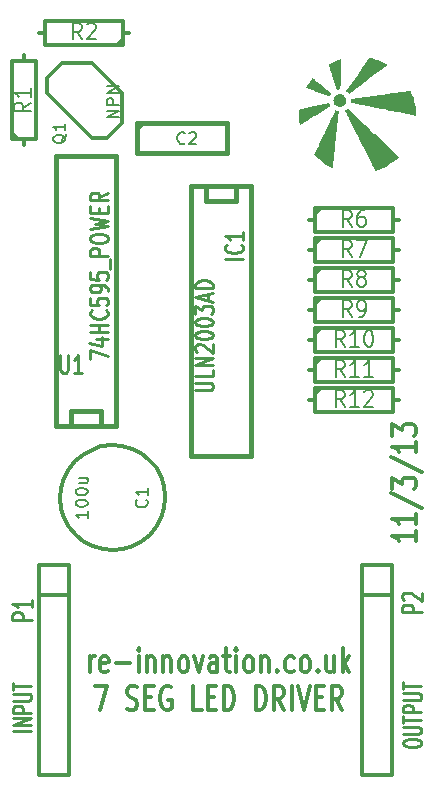
<source format=gto>
G04 (created by PCBNEW-RS274X (2011-12-21 BZR 3253)-stable) date 15/03/2013 12:04:59*
G01*
G70*
G90*
%MOIN*%
G04 Gerber Fmt 3.4, Leading zero omitted, Abs format*
%FSLAX34Y34*%
G04 APERTURE LIST*
%ADD10C,0.006000*%
%ADD11C,0.012000*%
%ADD12C,0.015000*%
%ADD13C,0.000100*%
%ADD14C,0.010700*%
%ADD15C,0.010000*%
%ADD16C,0.011300*%
%ADD17C,0.008000*%
G04 APERTURE END LIST*
G54D10*
G54D11*
X24824Y-29349D02*
X24824Y-29692D01*
X24824Y-29520D02*
X24024Y-29520D01*
X24138Y-29577D01*
X24214Y-29635D01*
X24252Y-29692D01*
X24824Y-28778D02*
X24824Y-29121D01*
X24824Y-28949D02*
X24024Y-28949D01*
X24138Y-29006D01*
X24214Y-29064D01*
X24252Y-29121D01*
X23986Y-28093D02*
X25014Y-28607D01*
X24024Y-27949D02*
X24024Y-27578D01*
X24329Y-27778D01*
X24329Y-27692D01*
X24367Y-27635D01*
X24405Y-27606D01*
X24481Y-27578D01*
X24671Y-27578D01*
X24748Y-27606D01*
X24786Y-27635D01*
X24824Y-27692D01*
X24824Y-27864D01*
X24786Y-27921D01*
X24748Y-27949D01*
X23986Y-26893D02*
X25014Y-27407D01*
X24824Y-26378D02*
X24824Y-26721D01*
X24824Y-26549D02*
X24024Y-26549D01*
X24138Y-26606D01*
X24214Y-26664D01*
X24252Y-26721D01*
X24024Y-26178D02*
X24024Y-25807D01*
X24329Y-26007D01*
X24329Y-25921D01*
X24367Y-25864D01*
X24405Y-25835D01*
X24481Y-25807D01*
X24671Y-25807D01*
X24748Y-25835D01*
X24786Y-25864D01*
X24824Y-25921D01*
X24824Y-26093D01*
X24786Y-26150D01*
X24748Y-26178D01*
X13935Y-34074D02*
X13935Y-33540D01*
X13935Y-33693D02*
X13963Y-33617D01*
X13992Y-33579D01*
X14049Y-33540D01*
X14106Y-33540D01*
X14534Y-34036D02*
X14477Y-34074D01*
X14363Y-34074D01*
X14306Y-34036D01*
X14277Y-33960D01*
X14277Y-33655D01*
X14306Y-33579D01*
X14363Y-33540D01*
X14477Y-33540D01*
X14534Y-33579D01*
X14563Y-33655D01*
X14563Y-33731D01*
X14277Y-33807D01*
X14820Y-33769D02*
X15277Y-33769D01*
X15563Y-34074D02*
X15563Y-33540D01*
X15563Y-33274D02*
X15534Y-33312D01*
X15563Y-33350D01*
X15591Y-33312D01*
X15563Y-33274D01*
X15563Y-33350D01*
X15849Y-33540D02*
X15849Y-34074D01*
X15849Y-33617D02*
X15877Y-33579D01*
X15935Y-33540D01*
X16020Y-33540D01*
X16077Y-33579D01*
X16106Y-33655D01*
X16106Y-34074D01*
X16392Y-33540D02*
X16392Y-34074D01*
X16392Y-33617D02*
X16420Y-33579D01*
X16478Y-33540D01*
X16563Y-33540D01*
X16620Y-33579D01*
X16649Y-33655D01*
X16649Y-34074D01*
X17021Y-34074D02*
X16963Y-34036D01*
X16935Y-33998D01*
X16906Y-33921D01*
X16906Y-33693D01*
X16935Y-33617D01*
X16963Y-33579D01*
X17021Y-33540D01*
X17106Y-33540D01*
X17163Y-33579D01*
X17192Y-33617D01*
X17221Y-33693D01*
X17221Y-33921D01*
X17192Y-33998D01*
X17163Y-34036D01*
X17106Y-34074D01*
X17021Y-34074D01*
X17421Y-33540D02*
X17564Y-34074D01*
X17706Y-33540D01*
X18192Y-34074D02*
X18192Y-33655D01*
X18163Y-33579D01*
X18106Y-33540D01*
X17992Y-33540D01*
X17935Y-33579D01*
X18192Y-34036D02*
X18135Y-34074D01*
X17992Y-34074D01*
X17935Y-34036D01*
X17906Y-33960D01*
X17906Y-33883D01*
X17935Y-33807D01*
X17992Y-33769D01*
X18135Y-33769D01*
X18192Y-33731D01*
X18392Y-33540D02*
X18621Y-33540D01*
X18478Y-33274D02*
X18478Y-33960D01*
X18506Y-34036D01*
X18564Y-34074D01*
X18621Y-34074D01*
X18821Y-34074D02*
X18821Y-33540D01*
X18821Y-33274D02*
X18792Y-33312D01*
X18821Y-33350D01*
X18849Y-33312D01*
X18821Y-33274D01*
X18821Y-33350D01*
X19193Y-34074D02*
X19135Y-34036D01*
X19107Y-33998D01*
X19078Y-33921D01*
X19078Y-33693D01*
X19107Y-33617D01*
X19135Y-33579D01*
X19193Y-33540D01*
X19278Y-33540D01*
X19335Y-33579D01*
X19364Y-33617D01*
X19393Y-33693D01*
X19393Y-33921D01*
X19364Y-33998D01*
X19335Y-34036D01*
X19278Y-34074D01*
X19193Y-34074D01*
X19650Y-33540D02*
X19650Y-34074D01*
X19650Y-33617D02*
X19678Y-33579D01*
X19736Y-33540D01*
X19821Y-33540D01*
X19878Y-33579D01*
X19907Y-33655D01*
X19907Y-34074D01*
X20193Y-33998D02*
X20221Y-34036D01*
X20193Y-34074D01*
X20164Y-34036D01*
X20193Y-33998D01*
X20193Y-34074D01*
X20736Y-34036D02*
X20679Y-34074D01*
X20565Y-34074D01*
X20507Y-34036D01*
X20479Y-33998D01*
X20450Y-33921D01*
X20450Y-33693D01*
X20479Y-33617D01*
X20507Y-33579D01*
X20565Y-33540D01*
X20679Y-33540D01*
X20736Y-33579D01*
X21079Y-34074D02*
X21021Y-34036D01*
X20993Y-33998D01*
X20964Y-33921D01*
X20964Y-33693D01*
X20993Y-33617D01*
X21021Y-33579D01*
X21079Y-33540D01*
X21164Y-33540D01*
X21221Y-33579D01*
X21250Y-33617D01*
X21279Y-33693D01*
X21279Y-33921D01*
X21250Y-33998D01*
X21221Y-34036D01*
X21164Y-34074D01*
X21079Y-34074D01*
X21536Y-33998D02*
X21564Y-34036D01*
X21536Y-34074D01*
X21507Y-34036D01*
X21536Y-33998D01*
X21536Y-34074D01*
X22079Y-33540D02*
X22079Y-34074D01*
X21822Y-33540D02*
X21822Y-33960D01*
X21850Y-34036D01*
X21908Y-34074D01*
X21993Y-34074D01*
X22050Y-34036D01*
X22079Y-33998D01*
X22365Y-34074D02*
X22365Y-33274D01*
X22422Y-33769D02*
X22593Y-34074D01*
X22593Y-33540D02*
X22365Y-33845D01*
X14122Y-34524D02*
X14522Y-34524D01*
X14265Y-35324D01*
X15178Y-35286D02*
X15264Y-35324D01*
X15407Y-35324D01*
X15464Y-35286D01*
X15493Y-35248D01*
X15521Y-35171D01*
X15521Y-35095D01*
X15493Y-35019D01*
X15464Y-34981D01*
X15407Y-34943D01*
X15293Y-34905D01*
X15235Y-34867D01*
X15207Y-34829D01*
X15178Y-34752D01*
X15178Y-34676D01*
X15207Y-34600D01*
X15235Y-34562D01*
X15293Y-34524D01*
X15435Y-34524D01*
X15521Y-34562D01*
X15778Y-34905D02*
X15978Y-34905D01*
X16064Y-35324D02*
X15778Y-35324D01*
X15778Y-34524D01*
X16064Y-34524D01*
X16635Y-34562D02*
X16578Y-34524D01*
X16492Y-34524D01*
X16407Y-34562D01*
X16349Y-34638D01*
X16321Y-34714D01*
X16292Y-34867D01*
X16292Y-34981D01*
X16321Y-35133D01*
X16349Y-35210D01*
X16407Y-35286D01*
X16492Y-35324D01*
X16549Y-35324D01*
X16635Y-35286D01*
X16664Y-35248D01*
X16664Y-34981D01*
X16549Y-34981D01*
X17664Y-35324D02*
X17378Y-35324D01*
X17378Y-34524D01*
X17864Y-34905D02*
X18064Y-34905D01*
X18150Y-35324D02*
X17864Y-35324D01*
X17864Y-34524D01*
X18150Y-34524D01*
X18407Y-35324D02*
X18407Y-34524D01*
X18550Y-34524D01*
X18635Y-34562D01*
X18693Y-34638D01*
X18721Y-34714D01*
X18750Y-34867D01*
X18750Y-34981D01*
X18721Y-35133D01*
X18693Y-35210D01*
X18635Y-35286D01*
X18550Y-35324D01*
X18407Y-35324D01*
X19464Y-35324D02*
X19464Y-34524D01*
X19607Y-34524D01*
X19692Y-34562D01*
X19750Y-34638D01*
X19778Y-34714D01*
X19807Y-34867D01*
X19807Y-34981D01*
X19778Y-35133D01*
X19750Y-35210D01*
X19692Y-35286D01*
X19607Y-35324D01*
X19464Y-35324D01*
X20407Y-35324D02*
X20207Y-34943D01*
X20064Y-35324D02*
X20064Y-34524D01*
X20292Y-34524D01*
X20350Y-34562D01*
X20378Y-34600D01*
X20407Y-34676D01*
X20407Y-34790D01*
X20378Y-34867D01*
X20350Y-34905D01*
X20292Y-34943D01*
X20064Y-34943D01*
X20664Y-35324D02*
X20664Y-34524D01*
X20864Y-34524D02*
X21064Y-35324D01*
X21264Y-34524D01*
X21464Y-34905D02*
X21664Y-34905D01*
X21750Y-35324D02*
X21464Y-35324D01*
X21464Y-34524D01*
X21750Y-34524D01*
X22350Y-35324D02*
X22150Y-34943D01*
X22007Y-35324D02*
X22007Y-34524D01*
X22235Y-34524D01*
X22293Y-34562D01*
X22321Y-34600D01*
X22350Y-34676D01*
X22350Y-34790D01*
X22321Y-34867D01*
X22293Y-34905D01*
X22235Y-34943D01*
X22007Y-34943D01*
X13250Y-30500D02*
X13250Y-30500D01*
X13250Y-30500D02*
X13250Y-37500D01*
X13250Y-37500D02*
X12250Y-37500D01*
X12250Y-37500D02*
X12250Y-30500D01*
X12250Y-30500D02*
X13250Y-30500D01*
X12250Y-31500D02*
X12250Y-31500D01*
X12250Y-31500D02*
X13250Y-31500D01*
X24000Y-30500D02*
X24000Y-30500D01*
X24000Y-30500D02*
X24000Y-37500D01*
X24000Y-37500D02*
X23000Y-37500D01*
X23000Y-37500D02*
X23000Y-30500D01*
X23000Y-30500D02*
X24000Y-30500D01*
X23000Y-31500D02*
X23000Y-31500D01*
X23000Y-31500D02*
X24000Y-31500D01*
G54D12*
X13300Y-25850D02*
X13300Y-25850D01*
X13300Y-25850D02*
X13300Y-25350D01*
X13300Y-25350D02*
X14300Y-25350D01*
X14300Y-25350D02*
X14300Y-25850D01*
X12800Y-25850D02*
X12800Y-16850D01*
X12800Y-16850D02*
X14800Y-16850D01*
X14800Y-16850D02*
X14800Y-25850D01*
X14800Y-25850D02*
X12800Y-25850D01*
G54D11*
X12500Y-14750D02*
X14000Y-16250D01*
X14000Y-16250D02*
X14500Y-16250D01*
X14500Y-16250D02*
X15000Y-15750D01*
X15000Y-15750D02*
X15000Y-14750D01*
X15000Y-14750D02*
X14000Y-13750D01*
X14000Y-13750D02*
X13000Y-13750D01*
X13000Y-13750D02*
X12500Y-14250D01*
X12500Y-14250D02*
X12500Y-14750D01*
X11750Y-16500D02*
X11750Y-16300D01*
X11750Y-13500D02*
X11750Y-13700D01*
X11750Y-13700D02*
X11350Y-13700D01*
X11350Y-13700D02*
X11350Y-16300D01*
X11350Y-16300D02*
X12150Y-16300D01*
X12150Y-16300D02*
X12150Y-13700D01*
X12150Y-13700D02*
X11750Y-13700D01*
X11550Y-16300D02*
X11350Y-16100D01*
X15250Y-12750D02*
X15050Y-12750D01*
X12250Y-12750D02*
X12450Y-12750D01*
X12450Y-12750D02*
X12450Y-13150D01*
X12450Y-13150D02*
X15050Y-13150D01*
X15050Y-13150D02*
X15050Y-12350D01*
X15050Y-12350D02*
X12450Y-12350D01*
X12450Y-12350D02*
X12450Y-12750D01*
X15050Y-12950D02*
X14850Y-13150D01*
X16450Y-28250D02*
X16416Y-28589D01*
X16317Y-28916D01*
X16157Y-29218D01*
X15941Y-29483D01*
X15678Y-29700D01*
X15378Y-29863D01*
X15051Y-29964D01*
X14712Y-29999D01*
X14373Y-29969D01*
X14045Y-29872D01*
X13742Y-29714D01*
X13476Y-29500D01*
X13257Y-29238D01*
X13092Y-28939D01*
X12989Y-28613D01*
X12951Y-28274D01*
X12979Y-27935D01*
X13073Y-27606D01*
X13230Y-27303D01*
X13442Y-27035D01*
X13702Y-26813D01*
X14000Y-26647D01*
X14325Y-26541D01*
X14664Y-26501D01*
X15003Y-26527D01*
X15332Y-26619D01*
X15637Y-26773D01*
X15906Y-26983D01*
X16130Y-27242D01*
X16298Y-27539D01*
X16406Y-27863D01*
X16449Y-28202D01*
X16450Y-28250D01*
G54D12*
X15500Y-15750D02*
X15500Y-16750D01*
X15500Y-16750D02*
X18500Y-16750D01*
X18500Y-16750D02*
X18500Y-15750D01*
X18500Y-15750D02*
X15500Y-15750D01*
G54D11*
X15500Y-16000D02*
X15750Y-15750D01*
G54D12*
X18800Y-17850D02*
X18800Y-17850D01*
X18800Y-17850D02*
X18800Y-18350D01*
X18800Y-18350D02*
X17800Y-18350D01*
X17800Y-18350D02*
X17800Y-17850D01*
X19300Y-17850D02*
X19300Y-26850D01*
X19300Y-26850D02*
X17300Y-26850D01*
X17300Y-26850D02*
X17300Y-17850D01*
X17300Y-17850D02*
X19300Y-17850D01*
G54D11*
X21250Y-19000D02*
X21450Y-19000D01*
X24250Y-19000D02*
X24050Y-19000D01*
X24050Y-19000D02*
X24050Y-18600D01*
X24050Y-18600D02*
X21450Y-18600D01*
X21450Y-18600D02*
X21450Y-19400D01*
X21450Y-19400D02*
X24050Y-19400D01*
X24050Y-19400D02*
X24050Y-19000D01*
X21450Y-18800D02*
X21650Y-18600D01*
X21250Y-20000D02*
X21450Y-20000D01*
X24250Y-20000D02*
X24050Y-20000D01*
X24050Y-20000D02*
X24050Y-19600D01*
X24050Y-19600D02*
X21450Y-19600D01*
X21450Y-19600D02*
X21450Y-20400D01*
X21450Y-20400D02*
X24050Y-20400D01*
X24050Y-20400D02*
X24050Y-20000D01*
X21450Y-19800D02*
X21650Y-19600D01*
X21250Y-21000D02*
X21450Y-21000D01*
X24250Y-21000D02*
X24050Y-21000D01*
X24050Y-21000D02*
X24050Y-20600D01*
X24050Y-20600D02*
X21450Y-20600D01*
X21450Y-20600D02*
X21450Y-21400D01*
X21450Y-21400D02*
X24050Y-21400D01*
X24050Y-21400D02*
X24050Y-21000D01*
X21450Y-20800D02*
X21650Y-20600D01*
X21250Y-22000D02*
X21450Y-22000D01*
X24250Y-22000D02*
X24050Y-22000D01*
X24050Y-22000D02*
X24050Y-21600D01*
X24050Y-21600D02*
X21450Y-21600D01*
X21450Y-21600D02*
X21450Y-22400D01*
X21450Y-22400D02*
X24050Y-22400D01*
X24050Y-22400D02*
X24050Y-22000D01*
X21450Y-21800D02*
X21650Y-21600D01*
X21250Y-23000D02*
X21450Y-23000D01*
X24250Y-23000D02*
X24050Y-23000D01*
X24050Y-23000D02*
X24050Y-22600D01*
X24050Y-22600D02*
X21450Y-22600D01*
X21450Y-22600D02*
X21450Y-23400D01*
X21450Y-23400D02*
X24050Y-23400D01*
X24050Y-23400D02*
X24050Y-23000D01*
X21450Y-22800D02*
X21650Y-22600D01*
X21250Y-24000D02*
X21450Y-24000D01*
X24250Y-24000D02*
X24050Y-24000D01*
X24050Y-24000D02*
X24050Y-23600D01*
X24050Y-23600D02*
X21450Y-23600D01*
X21450Y-23600D02*
X21450Y-24400D01*
X21450Y-24400D02*
X24050Y-24400D01*
X24050Y-24400D02*
X24050Y-24000D01*
X21450Y-23800D02*
X21650Y-23600D01*
X21250Y-25000D02*
X21450Y-25000D01*
X24250Y-25000D02*
X24050Y-25000D01*
X24050Y-25000D02*
X24050Y-24600D01*
X24050Y-24600D02*
X21450Y-24600D01*
X21450Y-24600D02*
X21450Y-25400D01*
X21450Y-25400D02*
X24050Y-25400D01*
X24050Y-25400D02*
X24050Y-25000D01*
X21450Y-24800D02*
X21650Y-24600D01*
G54D13*
G36*
X24232Y-16898D02*
X24206Y-16923D01*
X24134Y-16986D01*
X24056Y-17048D01*
X23973Y-17107D01*
X23886Y-17163D01*
X23798Y-17215D01*
X23709Y-17261D01*
X23620Y-17301D01*
X23602Y-17309D01*
X23584Y-17316D01*
X23564Y-17324D01*
X23542Y-17332D01*
X23520Y-17340D01*
X23500Y-17348D01*
X23482Y-17354D01*
X23469Y-17358D01*
X23461Y-17360D01*
X23460Y-17360D01*
X23458Y-17357D01*
X23453Y-17346D01*
X23444Y-17330D01*
X23433Y-17307D01*
X23418Y-17278D01*
X23400Y-17243D01*
X23380Y-17203D01*
X23357Y-17158D01*
X23332Y-17109D01*
X23305Y-17054D01*
X23275Y-16996D01*
X23244Y-16933D01*
X23210Y-16867D01*
X23176Y-16797D01*
X23139Y-16724D01*
X23101Y-16648D01*
X23062Y-16570D01*
X23021Y-16489D01*
X22980Y-16407D01*
X22950Y-16348D01*
X22908Y-16264D01*
X22867Y-16181D01*
X22827Y-16101D01*
X22789Y-16024D01*
X22751Y-15949D01*
X22715Y-15877D01*
X22681Y-15808D01*
X22649Y-15743D01*
X22618Y-15681D01*
X22590Y-15624D01*
X22563Y-15571D01*
X22539Y-15522D01*
X22518Y-15479D01*
X22499Y-15440D01*
X22483Y-15407D01*
X22469Y-15380D01*
X22459Y-15359D01*
X22452Y-15344D01*
X22448Y-15336D01*
X22447Y-15334D01*
X22455Y-15330D01*
X22467Y-15323D01*
X22481Y-15313D01*
X22496Y-15302D01*
X22509Y-15291D01*
X22519Y-15283D01*
X22539Y-15265D01*
X22596Y-15319D01*
X22604Y-15327D01*
X22617Y-15339D01*
X22635Y-15357D01*
X22658Y-15379D01*
X22686Y-15406D01*
X22719Y-15437D01*
X22755Y-15472D01*
X22795Y-15511D01*
X22839Y-15554D01*
X22887Y-15600D01*
X22937Y-15648D01*
X22991Y-15700D01*
X23047Y-15754D01*
X23106Y-15811D01*
X23167Y-15869D01*
X23229Y-15930D01*
X23294Y-15992D01*
X23360Y-16055D01*
X23426Y-16120D01*
X23443Y-16136D01*
X24232Y-16898D01*
X24232Y-16898D01*
X24232Y-16898D01*
G37*
G36*
X22236Y-15370D02*
X22234Y-15384D01*
X22233Y-15389D01*
X22232Y-15401D01*
X22230Y-15421D01*
X22227Y-15448D01*
X22224Y-15481D01*
X22220Y-15520D01*
X22215Y-15565D01*
X22209Y-15615D01*
X22204Y-15670D01*
X22197Y-15730D01*
X22191Y-15794D01*
X22183Y-15863D01*
X22176Y-15934D01*
X22168Y-16010D01*
X22160Y-16088D01*
X22151Y-16168D01*
X22143Y-16251D01*
X22136Y-16317D01*
X22125Y-16419D01*
X22115Y-16513D01*
X22106Y-16601D01*
X22098Y-16681D01*
X22090Y-16754D01*
X22083Y-16821D01*
X22076Y-16882D01*
X22070Y-16938D01*
X22065Y-16987D01*
X22061Y-17032D01*
X22056Y-17072D01*
X22053Y-17106D01*
X22049Y-17137D01*
X22046Y-17164D01*
X22044Y-17186D01*
X22042Y-17205D01*
X22040Y-17222D01*
X22038Y-17235D01*
X22037Y-17245D01*
X22036Y-17253D01*
X22035Y-17259D01*
X22035Y-17264D01*
X22034Y-17267D01*
X22034Y-17269D01*
X22033Y-17269D01*
X22033Y-17270D01*
X22032Y-17270D01*
X22032Y-17270D01*
X22028Y-17268D01*
X22018Y-17263D01*
X22004Y-17256D01*
X21986Y-17247D01*
X21974Y-17241D01*
X21865Y-17179D01*
X21761Y-17112D01*
X21663Y-17040D01*
X21570Y-16963D01*
X21484Y-16881D01*
X21473Y-16871D01*
X21457Y-16854D01*
X21443Y-16839D01*
X21432Y-16826D01*
X21424Y-16818D01*
X21421Y-16814D01*
X21421Y-16813D01*
X21423Y-16810D01*
X21428Y-16799D01*
X21436Y-16782D01*
X21447Y-16759D01*
X21460Y-16730D01*
X21476Y-16696D01*
X21495Y-16656D01*
X21516Y-16612D01*
X21539Y-16563D01*
X21564Y-16510D01*
X21591Y-16454D01*
X21619Y-16394D01*
X21649Y-16330D01*
X21680Y-16264D01*
X21713Y-16196D01*
X21746Y-16126D01*
X21770Y-16076D01*
X21804Y-16005D01*
X21837Y-15935D01*
X21869Y-15867D01*
X21900Y-15802D01*
X21929Y-15740D01*
X21957Y-15681D01*
X21984Y-15625D01*
X22008Y-15574D01*
X22031Y-15527D01*
X22051Y-15484D01*
X22069Y-15446D01*
X22084Y-15413D01*
X22097Y-15386D01*
X22107Y-15365D01*
X22114Y-15350D01*
X22118Y-15341D01*
X22119Y-15339D01*
X22123Y-15339D01*
X22132Y-15342D01*
X22144Y-15346D01*
X22160Y-15352D01*
X22179Y-15357D01*
X22199Y-15362D01*
X22202Y-15363D01*
X22236Y-15370D01*
X22236Y-15370D01*
X22236Y-15370D01*
G37*
G36*
X21962Y-15193D02*
X21962Y-15195D01*
X21958Y-15197D01*
X21949Y-15204D01*
X21933Y-15213D01*
X21912Y-15226D01*
X21886Y-15242D01*
X21856Y-15261D01*
X21821Y-15282D01*
X21784Y-15306D01*
X21742Y-15331D01*
X21699Y-15358D01*
X21653Y-15386D01*
X21605Y-15416D01*
X21556Y-15446D01*
X21506Y-15477D01*
X21455Y-15509D01*
X21404Y-15540D01*
X21354Y-15571D01*
X21305Y-15601D01*
X21257Y-15631D01*
X21211Y-15659D01*
X21167Y-15686D01*
X21126Y-15712D01*
X21087Y-15735D01*
X21053Y-15757D01*
X21022Y-15776D01*
X20996Y-15792D01*
X20974Y-15805D01*
X20958Y-15815D01*
X20948Y-15821D01*
X20944Y-15823D01*
X20942Y-15821D01*
X20940Y-15812D01*
X20938Y-15799D01*
X20937Y-15798D01*
X20928Y-15725D01*
X20921Y-15649D01*
X20918Y-15568D01*
X20917Y-15520D01*
X20918Y-15494D01*
X20918Y-15466D01*
X20919Y-15437D01*
X20920Y-15408D01*
X20921Y-15382D01*
X20922Y-15357D01*
X20924Y-15337D01*
X20925Y-15321D01*
X20926Y-15312D01*
X20927Y-15310D01*
X20931Y-15309D01*
X20942Y-15306D01*
X20960Y-15302D01*
X20984Y-15296D01*
X21013Y-15290D01*
X21047Y-15282D01*
X21085Y-15273D01*
X21127Y-15263D01*
X21172Y-15253D01*
X21220Y-15242D01*
X21271Y-15230D01*
X21322Y-15219D01*
X21375Y-15207D01*
X21428Y-15195D01*
X21481Y-15182D01*
X21534Y-15171D01*
X21585Y-15159D01*
X21634Y-15148D01*
X21681Y-15137D01*
X21726Y-15127D01*
X21766Y-15118D01*
X21803Y-15110D01*
X21835Y-15102D01*
X21862Y-15096D01*
X21884Y-15092D01*
X21899Y-15088D01*
X21908Y-15086D01*
X21908Y-15086D01*
X21915Y-15085D01*
X21920Y-15087D01*
X21923Y-15093D01*
X21927Y-15105D01*
X21931Y-15118D01*
X21938Y-15136D01*
X21946Y-15154D01*
X21949Y-15159D01*
X21956Y-15174D01*
X21960Y-15186D01*
X21962Y-15193D01*
X21962Y-15193D01*
X21962Y-15193D01*
G37*
G36*
X24819Y-15471D02*
X24819Y-15491D01*
X24818Y-15504D01*
X24817Y-15512D01*
X24816Y-15516D01*
X24813Y-15517D01*
X24812Y-15517D01*
X24808Y-15516D01*
X24796Y-15514D01*
X24777Y-15510D01*
X24751Y-15505D01*
X24719Y-15499D01*
X24681Y-15491D01*
X24637Y-15482D01*
X24587Y-15472D01*
X24532Y-15461D01*
X24472Y-15449D01*
X24408Y-15436D01*
X24339Y-15423D01*
X24267Y-15408D01*
X24191Y-15393D01*
X24111Y-15377D01*
X24029Y-15360D01*
X23943Y-15343D01*
X23855Y-15325D01*
X23766Y-15307D01*
X23736Y-15301D01*
X23646Y-15283D01*
X23557Y-15265D01*
X23471Y-15247D01*
X23387Y-15231D01*
X23306Y-15214D01*
X23229Y-15199D01*
X23155Y-15184D01*
X23085Y-15169D01*
X23018Y-15156D01*
X22957Y-15144D01*
X22900Y-15132D01*
X22848Y-15122D01*
X22802Y-15112D01*
X22761Y-15104D01*
X22727Y-15097D01*
X22698Y-15092D01*
X22677Y-15087D01*
X22662Y-15084D01*
X22655Y-15083D01*
X22654Y-15083D01*
X22646Y-15081D01*
X22643Y-15077D01*
X22643Y-15070D01*
X22644Y-15064D01*
X22645Y-15053D01*
X22646Y-15037D01*
X22646Y-15017D01*
X22646Y-15004D01*
X22646Y-14960D01*
X23633Y-14821D01*
X23720Y-14809D01*
X23806Y-14797D01*
X23889Y-14785D01*
X23969Y-14774D01*
X24046Y-14763D01*
X24120Y-14753D01*
X24191Y-14743D01*
X24257Y-14733D01*
X24319Y-14725D01*
X24377Y-14716D01*
X24429Y-14709D01*
X24476Y-14702D01*
X24518Y-14696D01*
X24553Y-14691D01*
X24582Y-14687D01*
X24605Y-14684D01*
X24620Y-14682D01*
X24629Y-14681D01*
X24630Y-14680D01*
X24635Y-14680D01*
X24638Y-14682D01*
X24642Y-14687D01*
X24647Y-14696D01*
X24654Y-14711D01*
X24657Y-14719D01*
X24695Y-14818D01*
X24729Y-14922D01*
X24759Y-15029D01*
X24782Y-15138D01*
X24799Y-15237D01*
X24804Y-15277D01*
X24809Y-15319D01*
X24813Y-15361D01*
X24816Y-15402D01*
X24818Y-15439D01*
X24819Y-15470D01*
X24819Y-15471D01*
X24819Y-15471D01*
X24819Y-15471D01*
G37*
G36*
X22487Y-15003D02*
X22483Y-15040D01*
X22473Y-15076D01*
X22457Y-15110D01*
X22435Y-15141D01*
X22408Y-15167D01*
X22377Y-15189D01*
X22342Y-15205D01*
X22331Y-15208D01*
X22307Y-15213D01*
X22282Y-15216D01*
X22261Y-15216D01*
X22258Y-15216D01*
X22216Y-15208D01*
X22178Y-15193D01*
X22144Y-15172D01*
X22115Y-15146D01*
X22091Y-15114D01*
X22073Y-15077D01*
X22070Y-15070D01*
X22066Y-15055D01*
X22063Y-15041D01*
X22062Y-15025D01*
X22061Y-15004D01*
X22061Y-15000D01*
X22062Y-14979D01*
X22063Y-14963D01*
X22065Y-14951D01*
X22069Y-14938D01*
X22072Y-14930D01*
X22091Y-14892D01*
X22115Y-14859D01*
X22144Y-14833D01*
X22177Y-14812D01*
X22214Y-14798D01*
X22253Y-14791D01*
X22289Y-14790D01*
X22328Y-14797D01*
X22365Y-14810D01*
X22398Y-14830D01*
X22427Y-14855D01*
X22451Y-14886D01*
X22470Y-14921D01*
X22482Y-14961D01*
X22483Y-14965D01*
X22487Y-15003D01*
X22487Y-15003D01*
X22487Y-15003D01*
G37*
G36*
X21995Y-14768D02*
X21994Y-14771D01*
X21989Y-14780D01*
X21981Y-14792D01*
X21977Y-14799D01*
X21967Y-14815D01*
X21957Y-14833D01*
X21950Y-14847D01*
X21949Y-14850D01*
X21943Y-14862D01*
X21938Y-14869D01*
X21935Y-14872D01*
X21931Y-14870D01*
X21920Y-14866D01*
X21903Y-14860D01*
X21879Y-14852D01*
X21850Y-14841D01*
X21816Y-14829D01*
X21778Y-14815D01*
X21736Y-14800D01*
X21690Y-14783D01*
X21641Y-14765D01*
X21590Y-14746D01*
X21539Y-14728D01*
X21486Y-14709D01*
X21435Y-14690D01*
X21387Y-14672D01*
X21341Y-14656D01*
X21299Y-14640D01*
X21262Y-14627D01*
X21228Y-14614D01*
X21200Y-14604D01*
X21177Y-14596D01*
X21160Y-14590D01*
X21150Y-14586D01*
X21147Y-14585D01*
X21147Y-14581D01*
X21151Y-14573D01*
X21158Y-14560D01*
X21167Y-14544D01*
X21176Y-14526D01*
X21186Y-14508D01*
X21196Y-14491D01*
X21204Y-14479D01*
X21216Y-14460D01*
X21230Y-14438D01*
X21246Y-14414D01*
X21263Y-14389D01*
X21281Y-14364D01*
X21298Y-14340D01*
X21315Y-14317D01*
X21330Y-14296D01*
X21344Y-14279D01*
X21354Y-14265D01*
X21362Y-14257D01*
X21365Y-14254D01*
X21369Y-14256D01*
X21378Y-14263D01*
X21391Y-14275D01*
X21410Y-14290D01*
X21433Y-14308D01*
X21459Y-14329D01*
X21489Y-14353D01*
X21521Y-14379D01*
X21555Y-14407D01*
X21591Y-14436D01*
X21628Y-14467D01*
X21666Y-14497D01*
X21704Y-14529D01*
X21741Y-14559D01*
X21778Y-14589D01*
X21814Y-14619D01*
X21848Y-14646D01*
X21879Y-14672D01*
X21908Y-14696D01*
X21934Y-14717D01*
X21955Y-14734D01*
X21973Y-14749D01*
X21986Y-14760D01*
X21993Y-14766D01*
X21995Y-14768D01*
X21995Y-14768D01*
X21995Y-14768D01*
G37*
G36*
X23874Y-13823D02*
X23228Y-14303D01*
X23165Y-14350D01*
X23103Y-14396D01*
X23043Y-14441D01*
X22986Y-14483D01*
X22931Y-14524D01*
X22879Y-14563D01*
X22830Y-14599D01*
X22784Y-14633D01*
X22743Y-14664D01*
X22705Y-14692D01*
X22672Y-14716D01*
X22643Y-14738D01*
X22620Y-14755D01*
X22601Y-14769D01*
X22588Y-14778D01*
X22581Y-14783D01*
X22580Y-14784D01*
X22576Y-14782D01*
X22568Y-14775D01*
X22557Y-14764D01*
X22547Y-14754D01*
X22534Y-14741D01*
X22520Y-14728D01*
X22510Y-14718D01*
X22505Y-14714D01*
X22492Y-14705D01*
X22864Y-14152D01*
X22904Y-14092D01*
X22943Y-14034D01*
X22981Y-13978D01*
X23017Y-13925D01*
X23051Y-13874D01*
X23083Y-13826D01*
X23113Y-13782D01*
X23140Y-13742D01*
X23165Y-13705D01*
X23186Y-13673D01*
X23204Y-13646D01*
X23219Y-13624D01*
X23230Y-13608D01*
X23237Y-13597D01*
X23240Y-13593D01*
X23240Y-13592D01*
X23242Y-13590D01*
X23247Y-13589D01*
X23255Y-13590D01*
X23267Y-13592D01*
X23286Y-13595D01*
X23290Y-13596D01*
X23345Y-13608D01*
X23404Y-13624D01*
X23467Y-13644D01*
X23531Y-13665D01*
X23596Y-13690D01*
X23640Y-13707D01*
X23658Y-13715D01*
X23681Y-13725D01*
X23707Y-13737D01*
X23734Y-13750D01*
X23762Y-13764D01*
X23789Y-13777D01*
X23814Y-13789D01*
X23835Y-13800D01*
X23851Y-13809D01*
X23859Y-13814D01*
X23874Y-13823D01*
X23874Y-13823D01*
X23874Y-13823D01*
G37*
G36*
X22315Y-13659D02*
X22315Y-13669D01*
X22315Y-13686D01*
X22314Y-13710D01*
X22314Y-13740D01*
X22313Y-13775D01*
X22312Y-13815D01*
X22311Y-13859D01*
X22310Y-13906D01*
X22309Y-13956D01*
X22308Y-14007D01*
X22306Y-14060D01*
X22305Y-14114D01*
X22304Y-14168D01*
X22303Y-14222D01*
X22301Y-14274D01*
X22300Y-14324D01*
X22299Y-14372D01*
X22298Y-14417D01*
X22297Y-14458D01*
X22296Y-14494D01*
X22295Y-14525D01*
X22294Y-14551D01*
X22293Y-14570D01*
X22293Y-14582D01*
X22293Y-14583D01*
X22291Y-14635D01*
X22261Y-14638D01*
X22241Y-14640D01*
X22219Y-14644D01*
X22203Y-14647D01*
X22189Y-14651D01*
X22178Y-14653D01*
X22173Y-14653D01*
X22173Y-14653D01*
X22172Y-14649D01*
X22169Y-14638D01*
X22163Y-14621D01*
X22156Y-14597D01*
X22146Y-14568D01*
X22135Y-14534D01*
X22123Y-14496D01*
X22109Y-14453D01*
X22094Y-14406D01*
X22078Y-14356D01*
X22061Y-14304D01*
X22043Y-14249D01*
X22037Y-14232D01*
X22019Y-14177D01*
X22002Y-14123D01*
X21986Y-14072D01*
X21970Y-14025D01*
X21956Y-13980D01*
X21943Y-13940D01*
X21932Y-13904D01*
X21922Y-13874D01*
X21914Y-13848D01*
X21908Y-13829D01*
X21904Y-13816D01*
X21902Y-13809D01*
X21902Y-13809D01*
X21905Y-13806D01*
X21915Y-13801D01*
X21930Y-13793D01*
X21949Y-13783D01*
X21972Y-13770D01*
X21999Y-13757D01*
X22015Y-13749D01*
X22079Y-13718D01*
X22138Y-13691D01*
X22192Y-13668D01*
X22240Y-13649D01*
X22282Y-13635D01*
X22282Y-13635D01*
X22315Y-13625D01*
X22315Y-13659D01*
X22315Y-13659D01*
X22315Y-13659D01*
G37*
G54D14*
X12025Y-32316D02*
X11344Y-32316D01*
X11344Y-32153D01*
X11377Y-32112D01*
X11409Y-32092D01*
X11474Y-32072D01*
X11571Y-32072D01*
X11636Y-32092D01*
X11668Y-32112D01*
X11701Y-32153D01*
X11701Y-32316D01*
X12025Y-31664D02*
X12025Y-31908D01*
X12025Y-31786D02*
X11344Y-31786D01*
X11441Y-31827D01*
X11506Y-31868D01*
X11539Y-31908D01*
G54D15*
X11993Y-36021D02*
X11393Y-36021D01*
X11993Y-35831D02*
X11393Y-35831D01*
X11993Y-35602D01*
X11393Y-35602D01*
X11993Y-35412D02*
X11393Y-35412D01*
X11393Y-35259D01*
X11421Y-35221D01*
X11450Y-35202D01*
X11507Y-35183D01*
X11593Y-35183D01*
X11650Y-35202D01*
X11679Y-35221D01*
X11707Y-35259D01*
X11707Y-35412D01*
X11393Y-35012D02*
X11879Y-35012D01*
X11936Y-34993D01*
X11964Y-34974D01*
X11993Y-34936D01*
X11993Y-34859D01*
X11964Y-34821D01*
X11936Y-34802D01*
X11879Y-34783D01*
X11393Y-34783D01*
X11393Y-34650D02*
X11393Y-34421D01*
X11993Y-34536D02*
X11393Y-34536D01*
G54D14*
X25025Y-32066D02*
X24344Y-32066D01*
X24344Y-31903D01*
X24377Y-31862D01*
X24409Y-31842D01*
X24474Y-31822D01*
X24571Y-31822D01*
X24636Y-31842D01*
X24668Y-31862D01*
X24701Y-31903D01*
X24701Y-32066D01*
X24409Y-31658D02*
X24377Y-31638D01*
X24344Y-31597D01*
X24344Y-31495D01*
X24377Y-31455D01*
X24409Y-31434D01*
X24474Y-31414D01*
X24539Y-31414D01*
X24636Y-31434D01*
X25025Y-31679D01*
X25025Y-31414D01*
G54D15*
X24393Y-36462D02*
X24393Y-36385D01*
X24421Y-36347D01*
X24479Y-36309D01*
X24593Y-36290D01*
X24793Y-36290D01*
X24907Y-36309D01*
X24964Y-36347D01*
X24993Y-36385D01*
X24993Y-36462D01*
X24964Y-36500D01*
X24907Y-36538D01*
X24793Y-36557D01*
X24593Y-36557D01*
X24479Y-36538D01*
X24421Y-36500D01*
X24393Y-36462D01*
X24393Y-36119D02*
X24879Y-36119D01*
X24936Y-36100D01*
X24964Y-36081D01*
X24993Y-36043D01*
X24993Y-35966D01*
X24964Y-35928D01*
X24936Y-35909D01*
X24879Y-35890D01*
X24393Y-35890D01*
X24393Y-35757D02*
X24393Y-35528D01*
X24993Y-35643D02*
X24393Y-35643D01*
X24993Y-35395D02*
X24393Y-35395D01*
X24393Y-35242D01*
X24421Y-35204D01*
X24450Y-35185D01*
X24507Y-35166D01*
X24593Y-35166D01*
X24650Y-35185D01*
X24679Y-35204D01*
X24707Y-35242D01*
X24707Y-35395D01*
X24393Y-34995D02*
X24879Y-34995D01*
X24936Y-34976D01*
X24964Y-34957D01*
X24993Y-34919D01*
X24993Y-34842D01*
X24964Y-34804D01*
X24936Y-34785D01*
X24879Y-34766D01*
X24393Y-34766D01*
X24393Y-34633D02*
X24393Y-34404D01*
X24993Y-34519D02*
X24393Y-34519D01*
G54D16*
X12957Y-23493D02*
X12957Y-23979D01*
X12979Y-24036D01*
X13000Y-24064D01*
X13043Y-24093D01*
X13129Y-24093D01*
X13171Y-24064D01*
X13193Y-24036D01*
X13214Y-23979D01*
X13214Y-23493D01*
X13664Y-24093D02*
X13407Y-24093D01*
X13535Y-24093D02*
X13535Y-23493D01*
X13492Y-23579D01*
X13450Y-23636D01*
X13407Y-23664D01*
X13943Y-23636D02*
X13943Y-23336D01*
X14543Y-23529D01*
X14143Y-22971D02*
X14543Y-22971D01*
X13914Y-23078D02*
X14343Y-23185D01*
X14343Y-22907D01*
X14543Y-22735D02*
X13943Y-22735D01*
X14229Y-22735D02*
X14229Y-22478D01*
X14543Y-22478D02*
X13943Y-22478D01*
X14486Y-22007D02*
X14514Y-22028D01*
X14543Y-22092D01*
X14543Y-22135D01*
X14514Y-22200D01*
X14457Y-22242D01*
X14400Y-22264D01*
X14286Y-22285D01*
X14200Y-22285D01*
X14086Y-22264D01*
X14029Y-22242D01*
X13971Y-22200D01*
X13943Y-22135D01*
X13943Y-22092D01*
X13971Y-22028D01*
X14000Y-22007D01*
X13943Y-21600D02*
X13943Y-21814D01*
X14229Y-21835D01*
X14200Y-21814D01*
X14171Y-21771D01*
X14171Y-21664D01*
X14200Y-21621D01*
X14229Y-21600D01*
X14286Y-21578D01*
X14429Y-21578D01*
X14486Y-21600D01*
X14514Y-21621D01*
X14543Y-21664D01*
X14543Y-21771D01*
X14514Y-21814D01*
X14486Y-21835D01*
X14543Y-21363D02*
X14543Y-21278D01*
X14514Y-21235D01*
X14486Y-21213D01*
X14400Y-21171D01*
X14286Y-21149D01*
X14057Y-21149D01*
X14000Y-21171D01*
X13971Y-21192D01*
X13943Y-21235D01*
X13943Y-21321D01*
X13971Y-21363D01*
X14000Y-21385D01*
X14057Y-21406D01*
X14200Y-21406D01*
X14257Y-21385D01*
X14286Y-21363D01*
X14314Y-21321D01*
X14314Y-21235D01*
X14286Y-21192D01*
X14257Y-21171D01*
X14200Y-21149D01*
X13943Y-20742D02*
X13943Y-20956D01*
X14229Y-20977D01*
X14200Y-20956D01*
X14171Y-20913D01*
X14171Y-20806D01*
X14200Y-20763D01*
X14229Y-20742D01*
X14286Y-20720D01*
X14429Y-20720D01*
X14486Y-20742D01*
X14514Y-20763D01*
X14543Y-20806D01*
X14543Y-20913D01*
X14514Y-20956D01*
X14486Y-20977D01*
X14600Y-20634D02*
X14600Y-20291D01*
X14543Y-20184D02*
X13943Y-20184D01*
X13943Y-20012D01*
X13971Y-19970D01*
X14000Y-19948D01*
X14057Y-19927D01*
X14143Y-19927D01*
X14200Y-19948D01*
X14229Y-19970D01*
X14257Y-20012D01*
X14257Y-20184D01*
X13943Y-19648D02*
X13943Y-19562D01*
X13971Y-19520D01*
X14029Y-19477D01*
X14143Y-19455D01*
X14343Y-19455D01*
X14457Y-19477D01*
X14514Y-19520D01*
X14543Y-19562D01*
X14543Y-19648D01*
X14514Y-19691D01*
X14457Y-19734D01*
X14343Y-19755D01*
X14143Y-19755D01*
X14029Y-19734D01*
X13971Y-19691D01*
X13943Y-19648D01*
X13943Y-19306D02*
X14543Y-19199D01*
X14114Y-19113D01*
X14543Y-19027D01*
X13943Y-18920D01*
X14229Y-18749D02*
X14229Y-18599D01*
X14543Y-18535D02*
X14543Y-18749D01*
X13943Y-18749D01*
X13943Y-18535D01*
X14543Y-18085D02*
X14257Y-18235D01*
X14543Y-18342D02*
X13943Y-18342D01*
X13943Y-18170D01*
X13971Y-18128D01*
X14000Y-18106D01*
X14057Y-18085D01*
X14143Y-18085D01*
X14200Y-18106D01*
X14229Y-18128D01*
X14257Y-18170D01*
X14257Y-18342D01*
G54D17*
X13150Y-16138D02*
X13131Y-16176D01*
X13093Y-16214D01*
X13036Y-16271D01*
X13017Y-16310D01*
X13017Y-16348D01*
X13112Y-16329D02*
X13093Y-16367D01*
X13055Y-16405D01*
X12979Y-16424D01*
X12845Y-16424D01*
X12769Y-16405D01*
X12731Y-16367D01*
X12712Y-16329D01*
X12712Y-16252D01*
X12731Y-16214D01*
X12769Y-16176D01*
X12845Y-16157D01*
X12979Y-16157D01*
X13055Y-16176D01*
X13093Y-16214D01*
X13112Y-16252D01*
X13112Y-16329D01*
X13112Y-15776D02*
X13112Y-16005D01*
X13112Y-15891D02*
X12712Y-15891D01*
X12769Y-15929D01*
X12807Y-15967D01*
X12826Y-16005D01*
X14912Y-15574D02*
X14512Y-15574D01*
X14912Y-15345D01*
X14512Y-15345D01*
X14912Y-15155D02*
X14512Y-15155D01*
X14512Y-15002D01*
X14531Y-14964D01*
X14550Y-14945D01*
X14588Y-14926D01*
X14645Y-14926D01*
X14683Y-14945D01*
X14702Y-14964D01*
X14721Y-15002D01*
X14721Y-15155D01*
X14912Y-14755D02*
X14512Y-14755D01*
X14912Y-14526D01*
X14512Y-14526D01*
X11973Y-15083D02*
X11711Y-15250D01*
X11973Y-15369D02*
X11423Y-15369D01*
X11423Y-15178D01*
X11449Y-15131D01*
X11475Y-15107D01*
X11527Y-15083D01*
X11606Y-15083D01*
X11658Y-15107D01*
X11685Y-15131D01*
X11711Y-15178D01*
X11711Y-15369D01*
X11973Y-14607D02*
X11973Y-14893D01*
X11973Y-14750D02*
X11423Y-14750D01*
X11501Y-14798D01*
X11554Y-14845D01*
X11580Y-14893D01*
X13667Y-12973D02*
X13500Y-12711D01*
X13381Y-12973D02*
X13381Y-12423D01*
X13572Y-12423D01*
X13619Y-12449D01*
X13643Y-12475D01*
X13667Y-12527D01*
X13667Y-12606D01*
X13643Y-12658D01*
X13619Y-12685D01*
X13572Y-12711D01*
X13381Y-12711D01*
X13857Y-12475D02*
X13881Y-12449D01*
X13929Y-12423D01*
X14048Y-12423D01*
X14095Y-12449D01*
X14119Y-12475D01*
X14143Y-12527D01*
X14143Y-12580D01*
X14119Y-12658D01*
X13833Y-12973D01*
X14143Y-12973D01*
X15824Y-28316D02*
X15843Y-28335D01*
X15862Y-28392D01*
X15862Y-28430D01*
X15843Y-28488D01*
X15805Y-28526D01*
X15767Y-28545D01*
X15690Y-28564D01*
X15633Y-28564D01*
X15557Y-28545D01*
X15519Y-28526D01*
X15481Y-28488D01*
X15462Y-28430D01*
X15462Y-28392D01*
X15481Y-28335D01*
X15500Y-28316D01*
X15862Y-27935D02*
X15862Y-28164D01*
X15862Y-28050D02*
X15462Y-28050D01*
X15519Y-28088D01*
X15557Y-28126D01*
X15576Y-28164D01*
X13862Y-28697D02*
X13862Y-28926D01*
X13862Y-28812D02*
X13462Y-28812D01*
X13519Y-28850D01*
X13557Y-28888D01*
X13576Y-28926D01*
X13462Y-28450D02*
X13462Y-28411D01*
X13481Y-28373D01*
X13500Y-28354D01*
X13538Y-28335D01*
X13614Y-28316D01*
X13710Y-28316D01*
X13786Y-28335D01*
X13824Y-28354D01*
X13843Y-28373D01*
X13862Y-28411D01*
X13862Y-28450D01*
X13843Y-28488D01*
X13824Y-28507D01*
X13786Y-28526D01*
X13710Y-28545D01*
X13614Y-28545D01*
X13538Y-28526D01*
X13500Y-28507D01*
X13481Y-28488D01*
X13462Y-28450D01*
X13462Y-28069D02*
X13462Y-28030D01*
X13481Y-27992D01*
X13500Y-27973D01*
X13538Y-27954D01*
X13614Y-27935D01*
X13710Y-27935D01*
X13786Y-27954D01*
X13824Y-27973D01*
X13843Y-27992D01*
X13862Y-28030D01*
X13862Y-28069D01*
X13843Y-28107D01*
X13824Y-28126D01*
X13786Y-28145D01*
X13710Y-28164D01*
X13614Y-28164D01*
X13538Y-28145D01*
X13500Y-28126D01*
X13481Y-28107D01*
X13462Y-28069D01*
X13595Y-27592D02*
X13862Y-27592D01*
X13595Y-27764D02*
X13805Y-27764D01*
X13843Y-27745D01*
X13862Y-27707D01*
X13862Y-27649D01*
X13843Y-27611D01*
X13824Y-27592D01*
X17109Y-16424D02*
X17090Y-16443D01*
X17033Y-16462D01*
X16995Y-16462D01*
X16937Y-16443D01*
X16899Y-16405D01*
X16880Y-16367D01*
X16861Y-16290D01*
X16861Y-16233D01*
X16880Y-16157D01*
X16899Y-16119D01*
X16937Y-16081D01*
X16995Y-16062D01*
X17033Y-16062D01*
X17090Y-16081D01*
X17109Y-16100D01*
X17261Y-16100D02*
X17280Y-16081D01*
X17318Y-16062D01*
X17414Y-16062D01*
X17452Y-16081D01*
X17471Y-16100D01*
X17490Y-16138D01*
X17490Y-16176D01*
X17471Y-16233D01*
X17242Y-16462D01*
X17490Y-16462D01*
G54D16*
X19043Y-20289D02*
X18443Y-20289D01*
X18986Y-19818D02*
X19014Y-19839D01*
X19043Y-19903D01*
X19043Y-19946D01*
X19014Y-20011D01*
X18957Y-20053D01*
X18900Y-20075D01*
X18786Y-20096D01*
X18700Y-20096D01*
X18586Y-20075D01*
X18529Y-20053D01*
X18471Y-20011D01*
X18443Y-19946D01*
X18443Y-19903D01*
X18471Y-19839D01*
X18500Y-19818D01*
X19043Y-19389D02*
X19043Y-19646D01*
X19043Y-19518D02*
X18443Y-19518D01*
X18529Y-19561D01*
X18586Y-19603D01*
X18614Y-19646D01*
X17443Y-24672D02*
X17929Y-24672D01*
X17986Y-24650D01*
X18014Y-24629D01*
X18043Y-24586D01*
X18043Y-24500D01*
X18014Y-24458D01*
X17986Y-24436D01*
X17929Y-24415D01*
X17443Y-24415D01*
X18043Y-23987D02*
X18043Y-24201D01*
X17443Y-24201D01*
X18043Y-23837D02*
X17443Y-23837D01*
X18043Y-23580D01*
X17443Y-23580D01*
X17500Y-23387D02*
X17471Y-23366D01*
X17443Y-23323D01*
X17443Y-23216D01*
X17471Y-23173D01*
X17500Y-23152D01*
X17557Y-23130D01*
X17614Y-23130D01*
X17700Y-23152D01*
X18043Y-23409D01*
X18043Y-23130D01*
X17443Y-22851D02*
X17443Y-22808D01*
X17471Y-22765D01*
X17500Y-22744D01*
X17557Y-22723D01*
X17671Y-22701D01*
X17814Y-22701D01*
X17929Y-22723D01*
X17986Y-22744D01*
X18014Y-22765D01*
X18043Y-22808D01*
X18043Y-22851D01*
X18014Y-22894D01*
X17986Y-22915D01*
X17929Y-22937D01*
X17814Y-22958D01*
X17671Y-22958D01*
X17557Y-22937D01*
X17500Y-22915D01*
X17471Y-22894D01*
X17443Y-22851D01*
X17443Y-22422D02*
X17443Y-22379D01*
X17471Y-22336D01*
X17500Y-22315D01*
X17557Y-22294D01*
X17671Y-22272D01*
X17814Y-22272D01*
X17929Y-22294D01*
X17986Y-22315D01*
X18014Y-22336D01*
X18043Y-22379D01*
X18043Y-22422D01*
X18014Y-22465D01*
X17986Y-22486D01*
X17929Y-22508D01*
X17814Y-22529D01*
X17671Y-22529D01*
X17557Y-22508D01*
X17500Y-22486D01*
X17471Y-22465D01*
X17443Y-22422D01*
X17443Y-22122D02*
X17443Y-21843D01*
X17671Y-21993D01*
X17671Y-21929D01*
X17700Y-21886D01*
X17729Y-21865D01*
X17786Y-21843D01*
X17929Y-21843D01*
X17986Y-21865D01*
X18014Y-21886D01*
X18043Y-21929D01*
X18043Y-22057D01*
X18014Y-22100D01*
X17986Y-22122D01*
X17871Y-21671D02*
X17871Y-21457D01*
X18043Y-21714D02*
X17443Y-21564D01*
X18043Y-21414D01*
X18043Y-21264D02*
X17443Y-21264D01*
X17443Y-21157D01*
X17471Y-21092D01*
X17529Y-21050D01*
X17586Y-21028D01*
X17700Y-21007D01*
X17786Y-21007D01*
X17900Y-21028D01*
X17957Y-21050D01*
X18014Y-21092D01*
X18043Y-21157D01*
X18043Y-21264D01*
G54D17*
X22667Y-19223D02*
X22500Y-18961D01*
X22381Y-19223D02*
X22381Y-18673D01*
X22572Y-18673D01*
X22619Y-18699D01*
X22643Y-18725D01*
X22667Y-18777D01*
X22667Y-18856D01*
X22643Y-18908D01*
X22619Y-18935D01*
X22572Y-18961D01*
X22381Y-18961D01*
X23095Y-18673D02*
X23000Y-18673D01*
X22952Y-18699D01*
X22929Y-18725D01*
X22881Y-18804D01*
X22857Y-18908D01*
X22857Y-19118D01*
X22881Y-19170D01*
X22905Y-19196D01*
X22952Y-19223D01*
X23048Y-19223D01*
X23095Y-19196D01*
X23119Y-19170D01*
X23143Y-19118D01*
X23143Y-18987D01*
X23119Y-18935D01*
X23095Y-18908D01*
X23048Y-18882D01*
X22952Y-18882D01*
X22905Y-18908D01*
X22881Y-18935D01*
X22857Y-18987D01*
X22667Y-20223D02*
X22500Y-19961D01*
X22381Y-20223D02*
X22381Y-19673D01*
X22572Y-19673D01*
X22619Y-19699D01*
X22643Y-19725D01*
X22667Y-19777D01*
X22667Y-19856D01*
X22643Y-19908D01*
X22619Y-19935D01*
X22572Y-19961D01*
X22381Y-19961D01*
X22833Y-19673D02*
X23167Y-19673D01*
X22952Y-20223D01*
X22667Y-21223D02*
X22500Y-20961D01*
X22381Y-21223D02*
X22381Y-20673D01*
X22572Y-20673D01*
X22619Y-20699D01*
X22643Y-20725D01*
X22667Y-20777D01*
X22667Y-20856D01*
X22643Y-20908D01*
X22619Y-20935D01*
X22572Y-20961D01*
X22381Y-20961D01*
X22952Y-20908D02*
X22905Y-20882D01*
X22881Y-20856D01*
X22857Y-20804D01*
X22857Y-20777D01*
X22881Y-20725D01*
X22905Y-20699D01*
X22952Y-20673D01*
X23048Y-20673D01*
X23095Y-20699D01*
X23119Y-20725D01*
X23143Y-20777D01*
X23143Y-20804D01*
X23119Y-20856D01*
X23095Y-20882D01*
X23048Y-20908D01*
X22952Y-20908D01*
X22905Y-20935D01*
X22881Y-20961D01*
X22857Y-21013D01*
X22857Y-21118D01*
X22881Y-21170D01*
X22905Y-21196D01*
X22952Y-21223D01*
X23048Y-21223D01*
X23095Y-21196D01*
X23119Y-21170D01*
X23143Y-21118D01*
X23143Y-21013D01*
X23119Y-20961D01*
X23095Y-20935D01*
X23048Y-20908D01*
X22667Y-22223D02*
X22500Y-21961D01*
X22381Y-22223D02*
X22381Y-21673D01*
X22572Y-21673D01*
X22619Y-21699D01*
X22643Y-21725D01*
X22667Y-21777D01*
X22667Y-21856D01*
X22643Y-21908D01*
X22619Y-21935D01*
X22572Y-21961D01*
X22381Y-21961D01*
X22905Y-22223D02*
X23000Y-22223D01*
X23048Y-22196D01*
X23072Y-22170D01*
X23119Y-22092D01*
X23143Y-21987D01*
X23143Y-21777D01*
X23119Y-21725D01*
X23095Y-21699D01*
X23048Y-21673D01*
X22952Y-21673D01*
X22905Y-21699D01*
X22881Y-21725D01*
X22857Y-21777D01*
X22857Y-21908D01*
X22881Y-21961D01*
X22905Y-21987D01*
X22952Y-22013D01*
X23048Y-22013D01*
X23095Y-21987D01*
X23119Y-21961D01*
X23143Y-21908D01*
X22429Y-23223D02*
X22262Y-22961D01*
X22143Y-23223D02*
X22143Y-22673D01*
X22334Y-22673D01*
X22381Y-22699D01*
X22405Y-22725D01*
X22429Y-22777D01*
X22429Y-22856D01*
X22405Y-22908D01*
X22381Y-22935D01*
X22334Y-22961D01*
X22143Y-22961D01*
X22905Y-23223D02*
X22619Y-23223D01*
X22762Y-23223D02*
X22762Y-22673D01*
X22714Y-22751D01*
X22667Y-22804D01*
X22619Y-22830D01*
X23214Y-22673D02*
X23262Y-22673D01*
X23310Y-22699D01*
X23333Y-22725D01*
X23357Y-22777D01*
X23381Y-22882D01*
X23381Y-23013D01*
X23357Y-23118D01*
X23333Y-23170D01*
X23310Y-23196D01*
X23262Y-23223D01*
X23214Y-23223D01*
X23167Y-23196D01*
X23143Y-23170D01*
X23119Y-23118D01*
X23095Y-23013D01*
X23095Y-22882D01*
X23119Y-22777D01*
X23143Y-22725D01*
X23167Y-22699D01*
X23214Y-22673D01*
X22429Y-24223D02*
X22262Y-23961D01*
X22143Y-24223D02*
X22143Y-23673D01*
X22334Y-23673D01*
X22381Y-23699D01*
X22405Y-23725D01*
X22429Y-23777D01*
X22429Y-23856D01*
X22405Y-23908D01*
X22381Y-23935D01*
X22334Y-23961D01*
X22143Y-23961D01*
X22905Y-24223D02*
X22619Y-24223D01*
X22762Y-24223D02*
X22762Y-23673D01*
X22714Y-23751D01*
X22667Y-23804D01*
X22619Y-23830D01*
X23381Y-24223D02*
X23095Y-24223D01*
X23238Y-24223D02*
X23238Y-23673D01*
X23190Y-23751D01*
X23143Y-23804D01*
X23095Y-23830D01*
X22429Y-25223D02*
X22262Y-24961D01*
X22143Y-25223D02*
X22143Y-24673D01*
X22334Y-24673D01*
X22381Y-24699D01*
X22405Y-24725D01*
X22429Y-24777D01*
X22429Y-24856D01*
X22405Y-24908D01*
X22381Y-24935D01*
X22334Y-24961D01*
X22143Y-24961D01*
X22905Y-25223D02*
X22619Y-25223D01*
X22762Y-25223D02*
X22762Y-24673D01*
X22714Y-24751D01*
X22667Y-24804D01*
X22619Y-24830D01*
X23095Y-24725D02*
X23119Y-24699D01*
X23167Y-24673D01*
X23286Y-24673D01*
X23333Y-24699D01*
X23357Y-24725D01*
X23381Y-24777D01*
X23381Y-24830D01*
X23357Y-24908D01*
X23071Y-25223D01*
X23381Y-25223D01*
M02*

</source>
